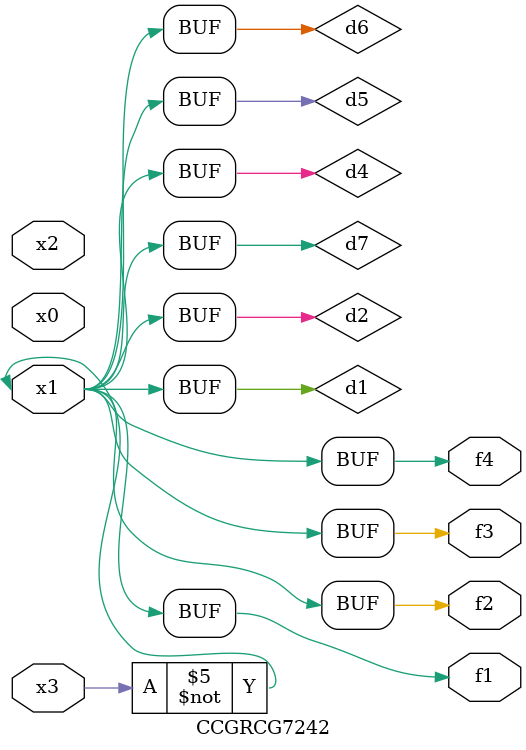
<source format=v>
module CCGRCG7242(
	input x0, x1, x2, x3,
	output f1, f2, f3, f4
);

	wire d1, d2, d3, d4, d5, d6, d7;

	not (d1, x3);
	buf (d2, x1);
	xnor (d3, d1, d2);
	nor (d4, d1);
	buf (d5, d1, d2);
	buf (d6, d4, d5);
	nand (d7, d4);
	assign f1 = d6;
	assign f2 = d7;
	assign f3 = d6;
	assign f4 = d6;
endmodule

</source>
